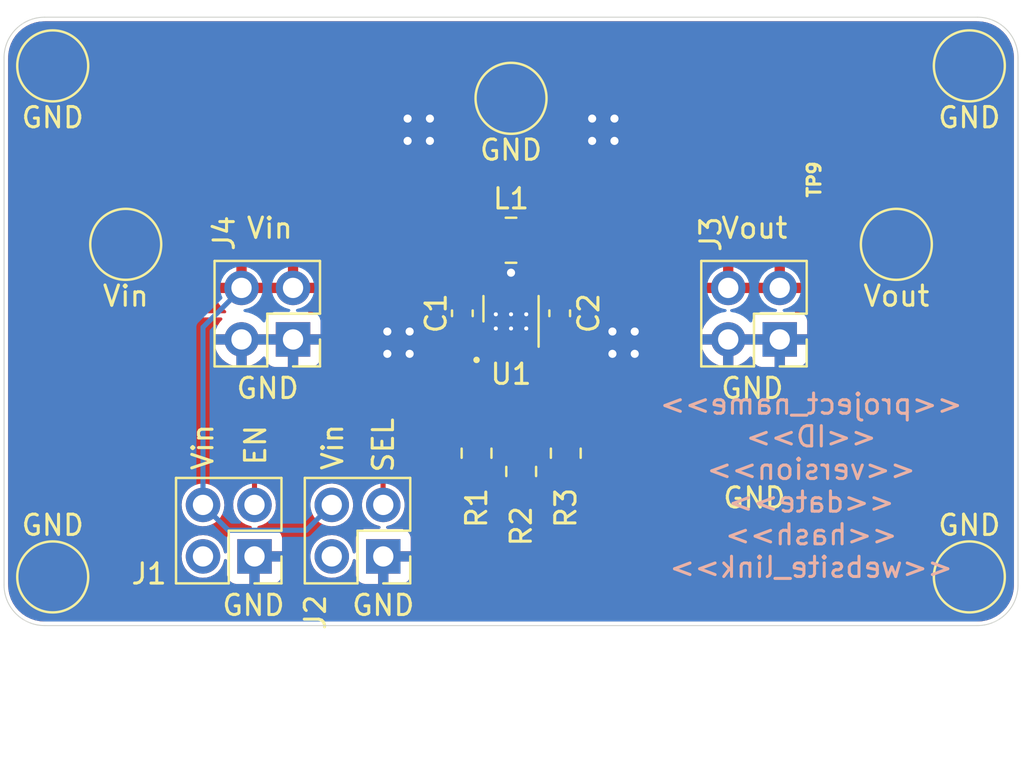
<source format=kicad_pcb>
(kicad_pcb (version 20211014) (generator pcbnew)
  (title_block (title "<<ID>>_<<project_name>>") (date "<<date>>") (rev "<<version>>") (comment 4 "<<hash>>"))
  (layers (0 "F.Cu" signal) (31 "B.Cu" signal) (34 "B.Paste" user) (35 "F.Paste" user) (36 "B.SilkS" user "B.Silkscreen") (37 "F.SilkS" user "F.Silkscreen") (38 "B.Mask" user) (39 "F.Mask" user) (44 "Edge.Cuts" user))
  (net 0 "")
  (net 1 "Vin")
  (net 2 "GND")
  (net 3 "Vout")
  (net 4 "EN")
  (net 5 "SEL")
  (net 6 "Net-(L1-Pad1)")
  (net 7 "Net-(L1-Pad2)")
  (net 9 "Net-(R1-Pad2)")
  (net 10 "Net-(R2-Pad2)")
  (net 11 "Net-(R3-Pad2)")
  (footprint "Snapeda:RCWCTE_TP420X150" (layer "F.Cu") (at 178.4 112.4)
    (fp_text reference "TP8" hide)
    (fp_text value "RCWCTE")
    (fp_text user "GND" (at 0 1.7 unlocked) (layer "F.SilkS"))
    (pad "1" smd rect (at 0 0) (size 4.2 1.5) (layers "F.Cu" "F.Paste" "F.Mask") (net 2 "GND"))
  )
  (footprint "Package_SON:WSON-10-1EP_2.5x2.5mm_P0.5mm_EP1.2x2mm_ThermalVias" (layer "F.Cu") (at 166.4 105.4 90)
    (fp_text reference "U1" (at -2.6 0) (layer "F.SilkS"))
    (fp_text value "TPS63900")
    (fp_line (start 0 -1.36) (end 1.25 -1.36) (layer "F.SilkS") (width 0.12))
    (fp_line (start -1.25 1.36) (end 1.25 1.36) (layer "F.SilkS") (width 0.12))
    (pad "1" smd roundrect (at -1.2125 -1 90) (size 0.825 0.25) (layers "F.Cu" "F.Paste" "F.Mask") (net 4 "EN"))
    (pad "2" smd roundrect (at -1.2125 -0.5 90) (size 0.825 0.25) (layers "F.Cu" "F.Paste" "F.Mask") (net 5 "SEL"))
    (pad "3" smd roundrect (at -1.2125 0 90) (size 0.825 0.25) (layers "F.Cu" "F.Paste" "F.Mask") (net 9 "Net-(R1-Pad2)"))
    (pad "4" smd roundrect (at -1.2125 0.5 90) (size 0.825 0.25) (layers "F.Cu" "F.Paste" "F.Mask") (net 10 "Net-(R2-Pad2)"))
    (pad "5" smd roundrect (at -1.2125 1 90) (size 0.825 0.25) (layers "F.Cu" "F.Paste" "F.Mask") (net 11 "Net-(R3-Pad2)"))
    (pad "6" smd roundrect (at 1.2125 1 90) (size 0.825 0.25) (layers "F.Cu" "F.Paste" "F.Mask") (net 3 "Vout"))
    (pad "7" smd roundrect (at 1.2125 0.5 90) (size 0.825 0.25) (layers "F.Cu" "F.Paste" "F.Mask") (net 7 "Net-(L1-Pad2)"))
    (pad "8" smd roundrect (at 1.2125 0 90) (size 0.825 0.25) (layers "F.Cu" "F.Paste" "F.Mask") (net 2 "GND"))
    (pad "9" smd roundrect (at 1.2125 -0.5 90) (size 0.825 0.25) (layers "F.Cu" "F.Paste" "F.Mask") (net 6 "Net-(L1-Pad1)"))
    (pad "10" smd roundrect (at 1.2125 -1 90) (size 0.825 0.25) (layers "F.Cu" "F.Paste" "F.Mask") (net 1 "Vin"))
    (pad "11" thru_hole circle (at 0.35 -0.75 90) (size 0.5 0.5) (drill 0.2) (layers *.Cu) (net 2 "GND"))
    (pad "11" smd rect (at 0 0 90) (size 1.2 2) (layers "F.Cu" "F.Mask") (net 2 "GND"))
    (pad "11" thru_hole circle (at 0.35 0 90) (size 0.5 0.5) (drill 0.2) (layers *.Cu) (net 2 "GND"))
    (pad "11" smd rect (at 0 0 90) (size 1.2 2) (layers "B.Cu") (net 2 "GND"))
    (pad "11" thru_hole circle (at 0.35 0.75 90) (size 0.5 0.5) (drill 0.2) (layers *.Cu) (net 2 "GND"))
    (pad "11" thru_hole circle (at -0.35 0 90) (size 0.5 0.5) (drill 0.2) (layers *.Cu) (net 2 "GND"))
    (pad "11" thru_hole circle (at -0.35 0.75 90) (size 0.5 0.5) (drill 0.2) (layers *.Cu) (net 2 "GND"))
    (pad "11" thru_hole circle (at -0.35 -0.75 90) (size 0.5 0.5) (drill 0.2) (layers *.Cu) (net 2 "GND"))
  )
  (footprint "Connector_PinSocket_2.54mm:PinSocket_2x02_P2.54mm_Vertical" (layer "F.Cu") (at 179.65 106.29 -90)
    (fp_text reference "J3" (at -5.19 3.4 90) (layer "F.SilkS"))
    (fp_text value "Conn_02x02_Counter_Clockwise")
    (fp_line (start 1.33 1.27) (end 1.33 3.87) (layer "F.SilkS") (width 0.12))
    (fp_line (start 1.33 -1.33) (end 1.33 0) (layer "F.SilkS") (width 0.12))
    (fp_line (start -1.27 1.27) (end 1.33 1.27) (layer "F.SilkS") (width 0.12))
    (fp_line (start -3.87 3.87) (end 1.33 3.87) (layer "F.SilkS") (width 0.12))
    (fp_line (start -3.87 -1.33) (end -3.87 3.87) (layer "F.SilkS") (width 0.12))
    (fp_line (start 0 -1.33) (end 1.33 -1.33) (layer "F.SilkS") (width 0.12))
    (fp_line (start -1.27 -1.33) (end -1.27 1.27) (layer "F.SilkS") (width 0.12))
    (fp_line (start -3.87 -1.33) (end -1.27 -1.33) (layer "F.SilkS") (width 0.12))
    (pad "1" thru_hole rect (at 0 0 270) (size 1.7 1.7) (drill 1) (layers *.Cu *.Mask) (net 2 "GND"))
    (pad "2" thru_hole oval (at -2.54 0 270) (size 1.7 1.7) (drill 1) (layers *.Cu *.Mask) (net 3 "Vout"))
    (pad "3" thru_hole oval (at 0 2.54 270) (size 1.7 1.7) (drill 1) (layers *.Cu *.Mask) (net 2 "GND"))
    (pad "4" thru_hole oval (at -2.54 2.54 270) (size 1.7 1.7) (drill 1) (layers *.Cu *.Mask) (net 3 "Vout"))
  )
  (footprint "Resistor_SMD:R_0805_2012Metric" (layer "F.Cu") (at 164.7 111.9 90)
    (fp_text reference "R1" (at -2.7 0 90) (layer "F.SilkS"))
    (fp_text value "R_Small")
    (fp_line (start -0.227064 -0.735) (end 0.227064 -0.735) (layer "F.SilkS") (width 0.12))
    (fp_line (start -0.227064 0.735) (end 0.227064 0.735) (layer "F.SilkS") (width 0.12))
    (pad "1" smd roundrect (at -0.9125 0 90) (size 1.025 1.4) (layers "F.Cu" "F.Paste" "F.Mask") (roundrect_rratio 0.243902) (net 2 "GND"))
    (pad "2" smd roundrect (at 0.9125 0 90) (size 1.025 1.4) (layers "F.Cu" "F.Paste" "F.Mask") (roundrect_rratio 0.243902) (net 9 "Net-(R1-Pad2)"))
  )
  (footprint "Snapeda:RCWCTE_TP420X150" (layer "F.Cu") (at 178.4 98.4)
    (fp_text reference "TP9" (at 2.95 0 90) (layer "F.SilkS") (effects (font (size 0.64 0.64))))
    (fp_text value "RCWCTE")
    (pad "1" smd rect (at 0 0) (size 4.2 1.5) (layers "F.Cu" "F.Paste" "F.Mask") (net 3 "Vout"))
  )
  (footprint "Resistor_SMD:R_0805_2012Metric" (layer "F.Cu") (at 166.9 112.8 90)
    (fp_text reference "R2" (at -2.7 0 90) (layer "F.SilkS"))
    (fp_text value "R_Small")
    (fp_line (start -0.227064 0.735) (end 0.227064 0.735) (layer "F.SilkS") (width 0.12))
    (fp_line (start -0.227064 -0.735) (end 0.227064 -0.735) (layer "F.SilkS") (width 0.12))
    (pad "1" smd roundrect (at -0.9125 0 90) (size 1.025 1.4) (layers "F.Cu" "F.Paste" "F.Mask") (roundrect_rratio 0.243902) (net 2 "GND"))
    (pad "2" smd roundrect (at 0.9125 0 90) (size 1.025 1.4) (layers "F.Cu" "F.Paste" "F.Mask") (roundrect_rratio 0.243902) (net 10 "Net-(R2-Pad2)"))
  )
  (footprint "Connector_PinSocket_2.54mm:PinSocket_2x02_P2.54mm_Vertical" (layer "F.Cu") (at 155.65 106.29 -90)
    (fp_text reference "J4" (at -5.24 3.4 90) (layer "F.SilkS"))
    (fp_text value "Conn_02x02_Counter_Clockwise")
    (fp_line (start 1.33 -1.33) (end 1.33 0) (layer "F.SilkS") (width 0.12))
    (fp_line (start -1.27 1.27) (end 1.33 1.27) (layer "F.SilkS") (width 0.12))
    (fp_line (start -3.87 3.87) (end 1.33 3.87) (layer "F.SilkS") (width 0.12))
    (fp_line (start 1.33 1.27) (end 1.33 3.87) (layer "F.SilkS") (width 0.12))
    (fp_line (start -1.27 -1.33) (end -1.27 1.27) (layer "F.SilkS") (width 0.12))
    (fp_line (start -3.87 -1.33) (end -1.27 -1.33) (layer "F.SilkS") (width 0.12))
    (fp_line (start 0 -1.33) (end 1.33 -1.33) (layer "F.SilkS") (width 0.12))
    (fp_line (start -3.87 -1.33) (end -3.87 3.87) (layer "F.SilkS") (width 0.12))
    (pad "1" thru_hole rect (at 0 0 270) (size 1.7 1.7) (drill 1) (layers *.Cu *.Mask) (net 2 "GND"))
    (pad "2" thru_hole oval (at -2.54 0 270) (size 1.7 1.7) (drill 1) (layers *.Cu *.Mask) (net 1 "Vin"))
    (pad "3" thru_hole oval (at 0 2.54 270) (size 1.7 1.7) (drill 1) (layers *.Cu *.Mask) (net 2 "GND"))
    (pad "4" thru_hole oval (at -2.54 2.54 270) (size 1.7 1.7) (drill 1) (layers *.Cu *.Mask) (net 1 "Vin"))
  )
  (footprint "Capacitor_SMD:C_0603_1608Metric" (layer "F.Cu") (at 168.8 105 -90)
    (fp_text reference "C2" (at 0 -1.43 90) (layer "F.SilkS"))
    (fp_text value "C_Small")
    (fp_line (start -0.14058 0.51) (end 0.14058 0.51) (layer "F.SilkS") (width 0.12))
    (fp_line (start -0.14058 -0.51) (end 0.14058 -0.51) (layer "F.SilkS") (width 0.12))
    (pad "1" smd roundrect (at -0.775 0 270) (size 0.9 0.95) (layers "F.Cu" "F.Paste" "F.Mask") (net 3 "Vout"))
    (pad "2" smd roundrect (at 0.775 0 270) (size 0.9 0.95) (layers "F.Cu" "F.Paste" "F.Mask") (net 2 "GND"))
  )
  (footprint "Capacitor_SMD:C_0603_1608Metric" (layer "F.Cu") (at 164 105 -90)
    (fp_text reference "C1" (at 0 1.3 90) (layer "F.SilkS"))
    (fp_text value "C_Small")
    (fp_line (start -0.14058 0.51) (end 0.14058 0.51) (layer "F.SilkS") (width 0.12))
    (fp_line (start -0.14058 -0.51) (end 0.14058 -0.51) (layer "F.SilkS") (width 0.12))
    (pad "1" smd roundrect (at -0.775 0 270) (size 0.9 0.95) (layers "F.Cu" "F.Paste" "F.Mask") (net 1 "Vin"))
    (pad "2" smd roundrect (at 0.775 0 270) (size 0.9 0.95) (layers "F.Cu" "F.Paste" "F.Mask") (net 2 "GND"))
  )
  (footprint "Connector_PinSocket_2.54mm:PinSocket_2x02_P2.54mm_Vertical" (layer "F.Cu") (at 153.75 116.99 -90)
    (fp_text reference "J1" (at 0.86 5.2) (layer "F.SilkS"))
    (fp_text value "Conn_02x02_Counter_Clockwise")
    (fp_line (start 0 -1.33) (end 1.33 -1.33) (layer "F.SilkS") (width 0.12))
    (fp_line (start -1.27 -1.33) (end -1.27 1.27) (layer "F.SilkS") (width 0.12))
    (fp_line (start -3.87 -1.33) (end -1.27 -1.33) (layer "F.SilkS") (width 0.12))
    (fp_line (start -3.87 -1.33) (end -3.87 3.87) (layer "F.SilkS") (width 0.12))
    (fp_line (start -1.27 1.27) (end 1.33 1.27) (layer "F.SilkS") (width 0.12))
    (fp_line (start -3.87 3.87) (end 1.33 3.87) (layer "F.SilkS") (width 0.12))
    (fp_line (start 1.33 1.27) (end 1.33 3.87) (layer "F.SilkS") (width 0.12))
    (fp_line (start 1.33 -1.33) (end 1.33 0) (layer "F.SilkS") (width 0.12))
    (pad "1" thru_hole rect (at 0 0 270) (size 1.7 1.7) (drill 1) (layers *.Cu *.Mask) (net 2 "GND"))
    (pad "2" thru_hole oval (at -2.54 0 270) (size 1.7 1.7) (drill 1) (layers *.Cu *.Mask) (net 4 "EN"))
    (pad "3" thru_hole oval (at 0 2.54 270) (size 1.7 1.7) (drill 1) (layers *.Cu *.Mask))
    (pad "4" thru_hole oval (at -2.54 2.54 270) (size 1.7 1.7) (drill 1) (layers *.Cu *.Mask) (net 1 "Vin"))
  )
  (footprint "TestPoint:TestPoint_Pad_D3.0mm" (layer "F.Cu") (at 143.8 118 180)
    (fp_text reference "TP5" hide)
    (fp_text value "GND" (at 0 2.55) (layer "F.SilkS"))
    (fp_circle (center 0 0) (end 0 1.75) (layer "F.SilkS") (width 0.12) (fill none))
    (pad "1" smd circle (at 0 0 180) (size 3 3) (layers "F.Cu" "F.Mask") (net 2 "GND"))
  )
  (footprint "TestPoint:TestPoint_Pad_D3.0mm" (layer "F.Cu") (at 185.4 101.6)
    (fp_text reference "TP4" hide)
    (fp_text value "Vout" (at 0 2.55) (layer "F.SilkS"))
    (fp_circle (center 0 0) (end 0 1.75) (layer "F.SilkS") (width 0.12) (fill none))
    (pad "1" smd circle (at 0 0) (size 3 3) (layers "F.Cu" "F.Mask") (net 3 "Vout"))
  )
  (footprint "Connector_PinSocket_2.54mm:PinSocket_2x02_P2.54mm_Vertical" (layer "F.Cu") (at 160.1 116.99 -90)
    (fp_text reference "J2" (at 2.76 3.35 90) (layer "F.SilkS"))
    (fp_text value "Conn_02x02_Counter_Clockwise")
    (fp_line (start -3.87 -1.33) (end -1.27 -1.33) (layer "F.SilkS") (width 0.12))
    (fp_line (start 1.33 1.27) (end 1.33 3.87) (layer "F.SilkS") (width 0.12))
    (fp_line (start -1.27 1.27) (end 1.33 1.27) (layer "F.SilkS") (width 0.12))
    (fp_line (start 0 -1.33) (end 1.33 -1.33) (layer "F.SilkS") (width 0.12))
    (fp_line (start -3.87 3.87) (end 1.33 3.87) (layer "F.SilkS") (width 0.12))
    (fp_line (start -1.27 -1.33) (end -1.27 1.27) (layer "F.SilkS") (width 0.12))
    (fp_line (start 1.33 -1.33) (end 1.33 0) (layer "F.SilkS") (width 0.12))
    (fp_line (start -3.87 -1.33) (end -3.87 3.87) (layer "F.SilkS") (width 0.12))
    (pad "1" thru_hole rect (at 0 0 270) (size 1.7 1.7) (drill 1) (layers *.Cu *.Mask) (net 2 "GND"))
    (pad "2" thru_hole oval (at -2.54 0 270) (size 1.7 1.7) (drill 1) (layers *.Cu *.Mask) (net 5 "SEL"))
    (pad "3" thru_hole oval (at 0 2.54 270) (size 1.7 1.7) (drill 1) (layers *.Cu *.Mask))
    (pad "4" thru_hole oval (at -2.54 2.54 270) (size 1.7 1.7) (drill 1) (layers *.Cu *.Mask) (net 1 "Vin"))
  )
  (footprint "TestPoint:TestPoint_Pad_D3.0mm" (layer "F.Cu") (at 147.4 101.6)
    (fp_text reference "TP2" hide)
    (fp_text value "Vin" (at 0 2.55) (layer "F.SilkS"))
    (fp_circle (center 0 0) (end 0 1.75) (layer "F.SilkS") (width 0.12) (fill none))
    (pad "1" smd circle (at 0 0) (size 3 3) (layers "F.Cu" "F.Mask") (net 1 "Vin"))
  )
  (footprint "TestPoint:TestPoint_Pad_D3.0mm" (layer "F.Cu") (at 189 92.8)
    (fp_text reference "TP6" hide)
    (fp_text value "GND" (at 0 2.55) (layer "F.SilkS"))
    (fp_circle (center 0 0) (end 0 1.75) (layer "F.SilkS") (width 0.12) (fill none))
    (pad "1" smd circle (at 0 0) (size 3 3) (layers "F.Cu" "F.Mask") (net 2 "GND"))
  )
  (footprint "TestPoint:TestPoint_Pad_D3.0mm" (layer "F.Cu") (at 189 118 180)
    (fp_text reference "TP7" hide)
    (fp_text value "GND" (at 0 2.55) (layer "F.SilkS"))
    (fp_circle (center 0 0) (end 0 1.75) (layer "F.SilkS") (width 0.12) (fill none))
    (pad "1" smd circle (at 0 0 180) (size 3 3) (layers "F.Cu" "F.Mask") (net 2 "GND"))
  )
  (footprint "Resistor_SMD:R_0805_2012Metric" (layer "F.Cu") (at 169.1 111.9 90)
    (fp_text reference "R3" (at -2.7 0 90) (layer "F.SilkS"))
    (fp_text value "R_Small")
    (fp_line (start -0.227064 0.735) (end 0.227064 0.735) (layer "F.SilkS") (width 0.12))
    (fp_line (start -0.227064 -0.735) (end 0.227064 -0.735) (layer "F.SilkS") (width 0.12))
    (pad "1" smd roundrect (at -0.9125 0 90) (size 1.025 1.4) (layers "F.Cu" "F.Paste" "F.Mask") (roundrect_rratio 0.243902) (net 2 "GND"))
    (pad "2" smd roundrect (at 0.9125 0 90) (size 1.025 1.4) (layers "F.Cu" "F.Paste" "F.Mask") (roundrect_rratio 0.243902) (net 11 "Net-(R3-Pad2)"))
  )
  (footprint "Inductor_SMD:L_1008_2520Metric" (layer "F.Cu") (at 166.4 101.4)
    (fp_text reference "L1" (at 0 -2.05) (layer "F.SilkS"))
    (fp_text value "2.2uH")
    (fp_line (start -0.261252 -1.11) (end 0.261252 -1.11) (layer "F.SilkS") (width 0.12))
    (fp_line (start -0.261252 1.11) (end 0.261252 1.11) (layer "F.SilkS") (width 0.12))
    (pad "1" smd roundrect (at -1.075 0) (size 1.25 2.2) (layers "F.Cu" "F.Paste" "F.Mask") (roundrect_rratio 0.2) (net 6 "Net-(L1-Pad1)"))
    (pad "2" smd roundrect (at 1.075 0) (size 1.25 2.2) (layers "F.Cu" "F.Paste" "F.Mask") (roundrect_rratio 0.2) (net 7 "Net-(L1-Pad2)"))
  )
  (footprint "TestPoint:TestPoint_Pad_D3.0mm" (layer "F.Cu") (at 143.8 92.8)
    (fp_text reference "TP3" hide)
    (fp_text value "GND" (at 0 2.55) (layer "F.SilkS"))
    (fp_circle (center 0 0) (end 0 1.75) (layer "F.SilkS") (width 0.12) (fill none))
    (pad "1" smd circle (at 0 0) (size 3 3) (layers "F.Cu" "F.Mask") (net 2 "GND"))
  )
  (footprint "TestPoint:TestPoint_Pad_D3.0mm" (layer "F.Cu") (at 166.4 94.4)
    (fp_text reference "TP1" hide)
    (fp_text value "GND" (at 0 2.55) (layer "F.SilkS"))
    (fp_circle (center 0 0) (end 0 1.75) (layer "F.SilkS") (width 0.12) (fill none))
    (pad "1" smd circle (at 0 0) (size 3 3) (layers "F.Cu" "F.Mask") (net 2 "GND"))
  )
  (gr_circle (center 164.7 107.3) (end 164.8 107.3) (layer "F.SilkS") (width 0.12) (fill solid))
  (gr_arc (start 189.4 90.4) (mid 190.814214 90.985786) (end 191.4 92.4) (layer "Edge.Cuts") (width 0.05))
  (gr_arc (start 191.4 118.4) (mid 190.814214 119.814214) (end 189.4 120.4) (layer "Edge.Cuts") (width 0.05))
  (gr_arc (start 143.4 120.4) (mid 141.985786 119.814214) (end 141.4 118.4) (layer "Edge.Cuts") (width 0.05))
  (gr_arc (start 141.4 92.4) (mid 141.985786 90.985786) (end 143.4 90.4) (layer "Edge.Cuts") (width 0.05))
  (gr_line (start 141.4 118.4) (end 141.4 92.4) (layer "Edge.Cuts") (width 0.05))
  (gr_line (start 189.4 120.4) (end 143.4 120.4) (layer "Edge.Cuts") (width 0.05))
  (gr_line (start 143.4 90.4) (end 189.4 90.4) (layer "Edge.Cuts") (width 0.05))
  (gr_line (start 191.4 92.4) (end 191.4 118.4) (layer "Edge.Cuts") (width 0.05))
  (gr_text "<<project_name>>\n<<ID>>\n<<version>>\n<<date>>\n<<hash>>\n<<website_link>>" (at 181.2 113.5) (layer "B.SilkS") (effects (font (size 1 1)) (justify mirror)))
  (gr_text "GND" (at 160.1 119.4) (layer "F.SilkS") (effects (font (size 1 1))))
  (gr_text "GND" (at 154.4 108.7) (layer "F.SilkS") (effects (font (size 1 1))))
  (gr_text "EN" (at 153.8 111.5 90) (layer "F.SilkS") (effects (font (size 1 1))))
  (gr_text "Vin" (at 154.5 100.8) (layer "F.SilkS") (effects (font (size 1 1))))
  (gr_text "Vin" (at 157.6 111.6 90) (layer "F.SilkS") (effects (font (size 1 1))))
  (gr_text "GND" (at 178.3 108.7) (layer "F.SilkS") (effects (font (size 1 1))))
  (gr_text "Vin" (at 151.2 111.6 90) (layer "F.SilkS") (effects (font (size 1 1))))
  (gr_text "Vout" (at 178.4 100.8) (layer "F.SilkS") (effects (font (size 1 1))))
  (gr_text "GND" (at 153.7 119.4) (layer "F.SilkS") (effects (font (size 1 1))))
  (gr_text "SEL" (at 160.1 111.5 90) (layer "F.SilkS") (effects (font (size 1 1))))
  (segment (start 151.21 114.45) (end 151.21 105.69) (width 0.25) (layer "B.Cu") (net 1))
  (segment (start 156.3 115.7) (end 157.55 114.45) (width 0.25) (layer "B.Cu") (net 1))
  (segment (start 151.21 105.69) (end 153.15 103.75) (width 0.25) (layer "B.Cu") (net 1))
  (segment (start 151.21 114.45) (end 152.46 115.7) (width 0.25) (layer "B.Cu") (net 1))
  (segment (start 152.46 115.7) (end 156.3 115.7) (width 0.25) (layer "B.Cu") (net 1))
  (segment (start 166.4 104.1875) (end 166.4 103) (width 0.25) (layer "F.Cu") (net 2))
  (via (at 161.4 105.9) (size 0.8) (drill 0.4) (layers "F.Cu" "B.Cu") (net 2))
  (via (at 172.5 107) (size 0.8) (drill 0.4) (layers "F.Cu" "B.Cu") (net 2))
  (via (at 160.3 105.9) (size 0.8) (drill 0.4) (layers "F.Cu" "B.Cu") (net 2))
  (via (at 160.3 107) (size 0.8) (drill 0.4) (layers "F.Cu" "B.Cu") (net 2))
  (via (at 170.4 96.5) (size 0.8) (drill 0.4) (layers "F.Cu" "B.Cu") (net 2))
  (via (at 162.4 95.4) (size 0.8) (drill 0.4) (layers "F.Cu" "B.Cu") (net 2))
  (via (at 162.4 96.5) (size 0.8) (drill 0.4) (layers "F.Cu" "B.Cu") (net 2))
  (via (at 161.4 107) (size 0.8) (drill 0.4) (layers "F.Cu" "B.Cu") (net 2))
  (via (at 161.3 96.5) (size 0.8) (drill 0.4) (layers "F.Cu" "B.Cu") (net 2))
  (via (at 161.3 95.4) (size 0.8) (drill 0.4) (layers "F.Cu" "B.Cu") (net 2))
  (via (at 166.4 103) (size 0.8) (drill 0.4) (layers "F.Cu" "B.Cu") (net 2))
  (via (at 171.5 96.5) (size 0.8) (drill 0.4) (layers "F.Cu" "B.Cu") (net 2))
  (via (at 171.5 95.4) (size 0.8) (drill 0.4) (layers "F.Cu" "B.Cu") (net 2))
  (via (at 172.5 105.9) (size 0.8) (drill 0.4) (layers "F.Cu" "B.Cu") (net 2))
  (via (at 170.4 95.4) (size 0.8) (drill 0.4) (layers "F.Cu" "B.Cu") (net 2))
  (via (at 171.4 107) (size 0.8) (drill 0.4) (layers "F.Cu" "B.Cu") (net 2))
  (via (at 171.4 105.9) (size 0.8) (drill 0.4) (layers "F.Cu" "B.Cu") (net 2))
  (segment (start 156.3 108.8) (end 153.75 111.35) (width 0.25) (layer "F.Cu") (net 4))
  (segment (start 165.4 107.4) (end 164 108.8) (width 0.25) (layer "F.Cu") (net 4))
  (segment (start 164 108.8) (end 156.3 108.8) (width 0.25) (layer "F.Cu") (net 4))
  (segment (start 153.75 111.35) (end 153.75 114.45) (width 0.25) (layer "F.Cu") (net 4))
  (segment (start 165.4 106.6125) (end 165.4 107.4) (width 0.25) (layer "F.Cu") (net 4))
  (segment (start 164.09397 109.3) (end 162.4 109.3) (width 0.25) (layer "F.Cu") (net 5))
  (segment (start 162.4 109.3) (end 160.09 111.61) (width 0.25) (layer "F.Cu") (net 5))
  (segment (start 165.9 106.6125) (end 165.9 107.49397) (width 0.25) (layer "F.Cu") (net 5))
  (segment (start 160.09 111.61) (end 160.09 114.45) (width 0.25) (layer "F.Cu") (net 5))
  (segment (start 165.9 107.49397) (end 164.09397 109.3) (width 0.25) (layer "F.Cu") (net 5))
  (segment (start 165.9 104.1875) (end 165.9 103.5) (width 0.25) (layer "F.Cu") (net 6))
  (segment (start 165.9 103.5) (end 165.325 102.925) (width 0.25) (layer "F.Cu") (net 6))
  (segment (start 165.325 102.925) (end 165.325 101.4) (width 0.25) (layer "F.Cu") (net 6))
  (segment (start 166.9 103.5) (end 167.475 102.925) (width 0.25) (layer "F.Cu") (net 7))
  (segment (start 167.475 102.925) (end 167.475 101.4) (width 0.25) (layer "F.Cu") (net 7))
  (segment (start 166.9 104.1875) (end 166.9 103.5) (width 0.25) (layer "F.Cu") (net 7))
  (segment (start 164.7 109.3) (end 164.7 110.9875) (width 0.25) (layer "F.Cu") (net 9))
  (segment (start 166.4 106.6125) (end 166.4 107.6) (width 0.25) (layer "F.Cu") (net 9))
  (segment (start 166.4 107.6) (end 164.7 109.3) (width 0.25) (layer "F.Cu") (net 9))
  (segment (start 166.9 106.6125) (end 166.9 111.8875) (width 0.25) (layer "F.Cu") (net 10))
  (segment (start 169.1 109.3) (end 169.1 110.9875) (width 0.25) (layer "F.Cu") (net 11))
  (segment (start 167.4 106.6125) (end 167.4 107.6) (width 0.25) (layer "F.Cu") (net 11))
  (segment (start 167.4 107.6) (end 169.1 109.3) (width 0.25) (layer "F.Cu") (net 11))
  (zone (net 2) (net_name "GND") (layers F&B.Cu) (connect_pads (clearance 0.2)) (min_thickness 0.15) (fill yes (thermal_gap 0.508) (thermal_bridge_width 0.508))
    (polygon (pts (xy 191.7 120.6) (xy 141.2 120.6) (xy 141.2 90.2) (xy 191.7 90.2)))
  )
  (zone (net 1) (net_name "Vin") (layer "F.Cu") (priority 1) (connect_pads (clearance 0.2)) (min_thickness 0.15) (fill yes (thermal_gap 0.508) (thermal_bridge_width 0.508))
    (polygon (pts (xy 164.4 102.8) (xy 165.6 103.6) (xy 165.6 104.8) (xy 165 104.8) (xy 164.8 105) (xy 144.4 105) (xy 144.4 98.2) (xy 164.4 98.2)))
  )
  (zone (net 3) (net_name "Vout") (layer "F.Cu") (priority 1) (connect_pads (clearance 0.2)) (min_thickness 0.15) (fill yes (thermal_gap 0.508) (thermal_bridge_width 0.508))
    (polygon (pts (xy 188.4 105) (xy 167.8 105) (xy 167.6 104.8) (xy 167.2 104.8) (xy 167.2 103.6) (xy 168.4 102.8) (xy 168.4 98.1) (xy 188.4 98.1)))
  )
)
</source>
